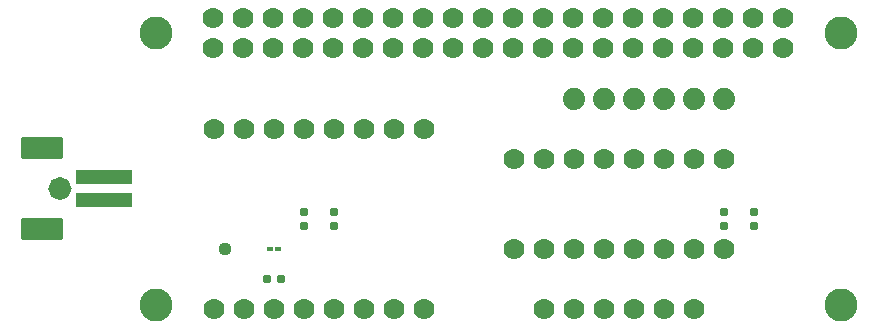
<source format=gbr>
%TF.GenerationSoftware,KiCad,Pcbnew,(6.0.7-1)-1*%
%TF.CreationDate,2022-08-15T15:20:02-07:00*%
%TF.ProjectId,KamiPCB,4b616d69-5043-4422-9e6b-696361645f70,rev?*%
%TF.SameCoordinates,Original*%
%TF.FileFunction,Soldermask,Top*%
%TF.FilePolarity,Negative*%
%FSLAX46Y46*%
G04 Gerber Fmt 4.6, Leading zero omitted, Abs format (unit mm)*
G04 Created by KiCad (PCBNEW (6.0.7-1)-1) date 2022-08-15 15:20:02*
%MOMM*%
%LPD*%
G01*
G04 APERTURE LIST*
G04 Aperture macros list*
%AMRoundRect*
0 Rectangle with rounded corners*
0 $1 Rounding radius*
0 $2 $3 $4 $5 $6 $7 $8 $9 X,Y pos of 4 corners*
0 Add a 4 corners polygon primitive as box body*
4,1,4,$2,$3,$4,$5,$6,$7,$8,$9,$2,$3,0*
0 Add four circle primitives for the rounded corners*
1,1,$1+$1,$2,$3*
1,1,$1+$1,$4,$5*
1,1,$1+$1,$6,$7*
1,1,$1+$1,$8,$9*
0 Add four rect primitives between the rounded corners*
20,1,$1+$1,$2,$3,$4,$5,0*
20,1,$1+$1,$4,$5,$6,$7,0*
20,1,$1+$1,$6,$7,$8,$9,0*
20,1,$1+$1,$8,$9,$2,$3,0*%
G04 Aperture macros list end*
%ADD10C,0.500000*%
%ADD11C,1.778000*%
%ADD12RoundRect,0.160000X0.160000X-0.197500X0.160000X0.197500X-0.160000X0.197500X-0.160000X-0.197500X0*%
%ADD13RoundRect,0.160000X-0.197500X-0.160000X0.197500X-0.160000X0.197500X0.160000X-0.197500X0.160000X0*%
%ADD14C,2.800000*%
%ADD15RoundRect,0.237500X-0.250000X-0.237500X0.250000X-0.237500X0.250000X0.237500X-0.250000X0.237500X0*%
%ADD16RoundRect,0.601600X0.000000X0.000000X0.000000X0.000000X0.000000X0.000000X0.000000X0.000000X0*%
%ADD17C,1.879600*%
%ADD18RoundRect,0.101600X2.300000X-0.500000X2.300000X0.500000X-2.300000X0.500000X-2.300000X-0.500000X0*%
%ADD19RoundRect,0.101600X1.700000X0.800000X-1.700000X0.800000X-1.700000X-0.800000X1.700000X-0.800000X0*%
%ADD20RoundRect,0.075000X-0.212500X-0.075000X0.212500X-0.075000X0.212500X0.075000X-0.212500X0.075000X0*%
G04 APERTURE END LIST*
D10*
%TO.C,FID1*%
X110629000Y-106680000D02*
G75*
G03*
X111379000Y-107430000I750000J0D01*
G01*
X111379000Y-107430000D02*
G75*
G03*
X112129000Y-106680000I0J750000D01*
G01*
X111379000Y-105930000D02*
G75*
G03*
X110629000Y-106680000I0J-750000D01*
G01*
X112129000Y-106680000D02*
G75*
G03*
X111379000Y-105930000I-750000J0D01*
G01*
%TD*%
D11*
%TO.C,*%
X162560000Y-116840000D03*
%TD*%
%TO.C,*%
X157480000Y-116840000D03*
%TD*%
D12*
%TO.C,10k*%
X134620000Y-109817500D03*
X134620000Y-108622500D03*
%TD*%
%TO.C,10k*%
X167640000Y-109817500D03*
X167640000Y-108622500D03*
%TD*%
D13*
%TO.C,100k*%
X128942500Y-114300000D03*
X130137500Y-114300000D03*
%TD*%
D12*
%TO.C,100*%
X170180000Y-109817500D03*
X170180000Y-108622500D03*
%TD*%
%TO.C,100*%
X132080000Y-108622500D03*
X132080000Y-109817500D03*
%TD*%
D11*
%TO.C,*%
X149860000Y-111760000D03*
%TD*%
%TO.C,*%
X165100000Y-104140000D03*
%TD*%
%TO.C,*%
X137160000Y-101600000D03*
%TD*%
%TO.C,*%
X132080000Y-101600000D03*
%TD*%
%TO.C,*%
X152400000Y-111760000D03*
%TD*%
%TO.C,*%
X149860000Y-104140000D03*
%TD*%
%TO.C,*%
X160020000Y-116840000D03*
%TD*%
%TO.C,*%
X154940000Y-111760000D03*
%TD*%
%TO.C,*%
X137160000Y-116840000D03*
%TD*%
%TO.C,*%
X157480000Y-111760000D03*
%TD*%
%TO.C,*%
X129540000Y-116840000D03*
%TD*%
D14*
%TO.C,RPI1*%
X119500757Y-93503271D03*
X177500757Y-116503271D03*
X177500757Y-93503271D03*
X119500757Y-116503271D03*
D11*
X124370757Y-94773271D03*
X124370757Y-92233271D03*
X126910757Y-94773271D03*
X126910757Y-92233271D03*
X129450757Y-94773271D03*
X129450757Y-92233271D03*
X131990757Y-94773271D03*
X131990757Y-92233271D03*
X134530757Y-94773271D03*
X134530757Y-92233271D03*
X137070757Y-94773271D03*
X137070757Y-92233271D03*
X139610757Y-94773271D03*
X139610757Y-92233271D03*
X142150757Y-94773271D03*
X142150757Y-92233271D03*
X144690757Y-94773271D03*
X144690757Y-92233271D03*
X147230757Y-94773271D03*
X147230757Y-92233271D03*
X149770757Y-94773271D03*
X149770757Y-92233271D03*
X152310757Y-94773271D03*
X152310757Y-92233271D03*
X154850757Y-94773271D03*
X154850757Y-92233271D03*
X157390757Y-94773271D03*
X157390757Y-92233271D03*
X159930757Y-94773271D03*
X159930757Y-92233271D03*
X162470757Y-94773271D03*
X162470757Y-92233271D03*
X165010757Y-94773271D03*
X165010757Y-92233271D03*
X167550757Y-94773271D03*
X167550757Y-92233271D03*
X170090757Y-94773271D03*
X170090757Y-92233271D03*
X172630757Y-94773271D03*
X172630757Y-92233271D03*
%TD*%
%TO.C,*%
X127000000Y-101600000D03*
%TD*%
%TO.C,*%
X124460000Y-116840000D03*
%TD*%
%TO.C,*%
X129540000Y-101600000D03*
%TD*%
%TO.C,*%
X167640000Y-104140000D03*
%TD*%
%TO.C,*%
X154940000Y-104140000D03*
%TD*%
D15*
%TO.C,*%
X125372500Y-111760000D03*
%TD*%
D11*
%TO.C,*%
X139700000Y-101600000D03*
%TD*%
%TO.C,*%
X124460000Y-101600000D03*
%TD*%
%TO.C,*%
X165100000Y-111760000D03*
%TD*%
D16*
%TO.C,FID1*%
X111379000Y-106680000D03*
%TD*%
D11*
%TO.C,*%
X160020000Y-104140000D03*
%TD*%
%TO.C,*%
X154940000Y-116840000D03*
%TD*%
%TO.C,*%
X152400000Y-116840000D03*
%TD*%
%TO.C,*%
X152400000Y-104140000D03*
%TD*%
%TO.C,*%
X160020000Y-111760000D03*
%TD*%
%TO.C,*%
X139700000Y-116840000D03*
%TD*%
%TO.C,*%
X167640000Y-111760000D03*
%TD*%
%TO.C,*%
X134620000Y-116840000D03*
%TD*%
%TO.C,*%
X162560000Y-104140000D03*
%TD*%
%TO.C,*%
X142240000Y-101600000D03*
%TD*%
D17*
%TO.C,JP1*%
X167640000Y-99060000D03*
X165100000Y-99060000D03*
X162560000Y-99060000D03*
X160020000Y-99060000D03*
X157480000Y-99060000D03*
X154940000Y-99060000D03*
%TD*%
D11*
%TO.C,*%
X142240000Y-116840000D03*
%TD*%
%TO.C,*%
X162560000Y-111760000D03*
%TD*%
%TO.C,*%
X134620000Y-101600000D03*
%TD*%
%TO.C,*%
X127000000Y-116840000D03*
%TD*%
%TO.C,*%
X132080000Y-116840000D03*
%TD*%
%TO.C,*%
X165100000Y-116840000D03*
%TD*%
%TO.C,*%
X157480000Y-104140000D03*
%TD*%
D18*
%TO.C,X1*%
X115079000Y-107680000D03*
X115079000Y-105680000D03*
D19*
X109879000Y-110080000D03*
X109879000Y-103280000D03*
%TD*%
D20*
%TO.C, *%
X129202500Y-111760000D03*
X129877500Y-111760000D03*
%TD*%
M02*

</source>
